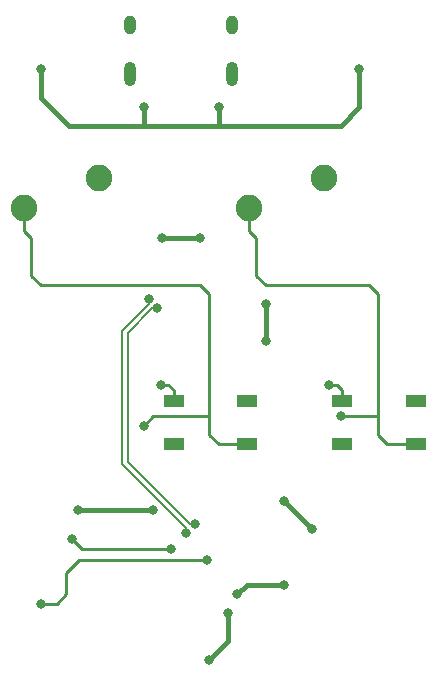
<source format=gtl>
G04 #@! TF.GenerationSoftware,KiCad,Pcbnew,(5.1.10)-1*
G04 #@! TF.CreationDate,2021-06-04T13:57:15+02:00*
G04 #@! TF.ProjectId,Keyboard,4b657962-6f61-4726-942e-6b696361645f,rev?*
G04 #@! TF.SameCoordinates,Original*
G04 #@! TF.FileFunction,Copper,L1,Top*
G04 #@! TF.FilePolarity,Positive*
%FSLAX46Y46*%
G04 Gerber Fmt 4.6, Leading zero omitted, Abs format (unit mm)*
G04 Created by KiCad (PCBNEW (5.1.10)-1) date 2021-06-04 13:57:15*
%MOMM*%
%LPD*%
G01*
G04 APERTURE LIST*
G04 #@! TA.AperFunction,ComponentPad*
%ADD10C,2.250000*%
G04 #@! TD*
G04 #@! TA.AperFunction,ComponentPad*
%ADD11O,1.000000X2.100000*%
G04 #@! TD*
G04 #@! TA.AperFunction,ComponentPad*
%ADD12O,1.000000X1.600000*%
G04 #@! TD*
G04 #@! TA.AperFunction,SMDPad,CuDef*
%ADD13R,1.800000X1.100000*%
G04 #@! TD*
G04 #@! TA.AperFunction,ViaPad*
%ADD14C,0.800000*%
G04 #@! TD*
G04 #@! TA.AperFunction,Conductor*
%ADD15C,0.381000*%
G04 #@! TD*
G04 #@! TA.AperFunction,Conductor*
%ADD16C,0.254000*%
G04 #@! TD*
G04 #@! TA.AperFunction,Conductor*
%ADD17C,0.200000*%
G04 #@! TD*
G04 APERTURE END LIST*
D10*
X83502500Y-52070000D03*
X77152500Y-54610000D03*
D11*
X86167500Y-43292500D03*
X94807500Y-43292500D03*
D12*
X86167500Y-39112500D03*
X94807500Y-39112500D03*
D10*
X102552500Y-52070000D03*
X96202500Y-54610000D03*
D13*
X110331250Y-70912500D03*
X104131250Y-74612500D03*
X110331250Y-74612500D03*
X104131250Y-70912500D03*
X96043750Y-70912500D03*
X89843750Y-74612500D03*
X96043750Y-74612500D03*
X89843750Y-70912500D03*
D14*
X99218750Y-79375000D03*
X95250000Y-87312500D03*
X99218750Y-86518750D03*
X88106250Y-80168750D03*
X81756250Y-80168750D03*
X101600000Y-81756250D03*
X92868750Y-92868750D03*
X94456250Y-88900000D03*
X97631250Y-62706250D03*
X97631250Y-65881250D03*
X92075000Y-57150000D03*
X88900000Y-57150000D03*
X92710000Y-84416900D03*
X78587600Y-88112600D03*
X89611200Y-83489800D03*
X81229200Y-82651600D03*
X93662500Y-46037500D03*
X87312500Y-46037500D03*
X78581250Y-42862500D03*
X105568750Y-42862500D03*
X88773000Y-69596000D03*
X102997000Y-69596000D03*
X87312500Y-73025000D03*
X103981250Y-72231250D03*
X90910018Y-82127482D03*
X87735018Y-62335018D03*
X91652482Y-81385018D03*
X88477482Y-63077482D03*
D15*
X96043750Y-86518750D02*
X99218750Y-86518750D01*
X95250000Y-87312500D02*
X96043750Y-86518750D01*
X88106250Y-80168750D02*
X81756250Y-80168750D01*
X99218750Y-79375000D02*
X101600000Y-81756250D01*
X86167500Y-43292500D02*
X86167500Y-43305000D01*
X92868750Y-92868750D02*
X94456250Y-91281250D01*
X94456250Y-91281250D02*
X94456250Y-88900000D01*
X97631250Y-62706250D02*
X97631250Y-65881250D01*
X92075000Y-57150000D02*
X88900000Y-57150000D01*
D16*
X92710000Y-84416900D02*
X81876900Y-84416900D01*
X81876900Y-84416900D02*
X80772000Y-85521800D01*
X80772000Y-85521800D02*
X80772000Y-87287100D01*
X79946500Y-88112600D02*
X78587600Y-88112600D01*
X80772000Y-87287100D02*
X79946500Y-88112600D01*
X82067400Y-83489800D02*
X81229200Y-82651600D01*
X89611200Y-83489800D02*
X82067400Y-83489800D01*
D15*
X78581250Y-42862500D02*
X78581250Y-45243750D01*
X78581250Y-45243750D02*
X80962500Y-47625000D01*
X80962500Y-47625000D02*
X87312500Y-47625000D01*
X87312500Y-47625000D02*
X87312500Y-46037500D01*
X93662500Y-46037500D02*
X93662500Y-47625000D01*
X93662500Y-47625000D02*
X87312500Y-47625000D01*
X93662500Y-47625000D02*
X103981250Y-47625000D01*
X105568750Y-46037500D02*
X105568750Y-42862500D01*
X103981250Y-47625000D02*
X105568750Y-46037500D01*
D16*
X89843750Y-70912500D02*
X89843750Y-70031750D01*
X89408000Y-69596000D02*
X88773000Y-69596000D01*
X89843750Y-70031750D02*
X89408000Y-69596000D01*
X104131250Y-70912500D02*
X104131250Y-70031750D01*
X103695500Y-69596000D02*
X102997000Y-69596000D01*
X104131250Y-70031750D02*
X103695500Y-69596000D01*
X96043750Y-74612500D02*
X93662500Y-74612500D01*
X93662500Y-74612500D02*
X92868750Y-73818750D01*
X92868750Y-61912500D02*
X92075000Y-61118750D01*
X92075000Y-61118750D02*
X78581250Y-61118750D01*
X77152500Y-54610000D02*
X77152500Y-56515000D01*
X77152500Y-56515000D02*
X77787500Y-57150000D01*
X77787500Y-57150000D02*
X77787500Y-60325000D01*
X77787500Y-60325000D02*
X78581250Y-61118750D01*
X88106250Y-72231250D02*
X92868750Y-72231250D01*
X87312500Y-73025000D02*
X88106250Y-72231250D01*
X92868750Y-72231250D02*
X92868750Y-61912500D01*
X92868750Y-73818750D02*
X92868750Y-72231250D01*
X97631250Y-61118750D02*
X96837500Y-60325000D01*
X106362500Y-61118750D02*
X97631250Y-61118750D01*
X107156250Y-61912500D02*
X106362500Y-61118750D01*
X107950000Y-74612500D02*
X107156250Y-73818750D01*
X110331250Y-74612500D02*
X107950000Y-74612500D01*
X96202500Y-54610000D02*
X96202500Y-56515000D01*
X96837500Y-57150000D02*
X96837500Y-60325000D01*
X96202500Y-56515000D02*
X96837500Y-57150000D01*
X107156250Y-73818750D02*
X107156250Y-73025000D01*
X107156250Y-73025000D02*
X107156250Y-61912500D01*
X103981250Y-72231250D02*
X107156250Y-72231250D01*
D17*
X90910018Y-81703217D02*
X85500000Y-76293199D01*
X90910018Y-82127482D02*
X90910018Y-81703217D01*
X87735018Y-62759283D02*
X87735018Y-62335018D01*
X85500000Y-64994301D02*
X87735018Y-62759283D01*
X85500000Y-76293199D02*
X85500000Y-64994301D01*
X91228217Y-81385018D02*
X85950000Y-76106801D01*
X91652482Y-81385018D02*
X91228217Y-81385018D01*
X88053217Y-63077482D02*
X88477482Y-63077482D01*
X85950000Y-65180699D02*
X88053217Y-63077482D01*
X85950000Y-76106801D02*
X85950000Y-65180699D01*
M02*

</source>
